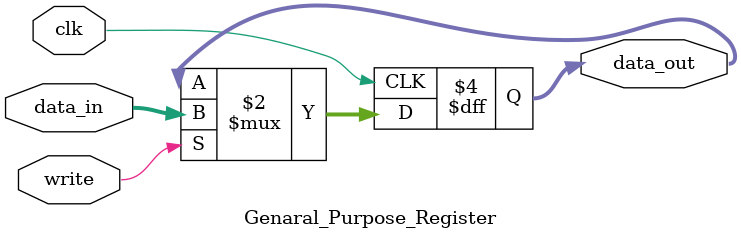
<source format=v>
module Genaral_Purpose_Register
    (input clk,write,
    input [15:0] data_in,
    output reg [15:0] data_out
    );
    


    
     always @(negedge clk)
        begin
            if (write) data_out <= data_in;
        end
endmodule




</source>
